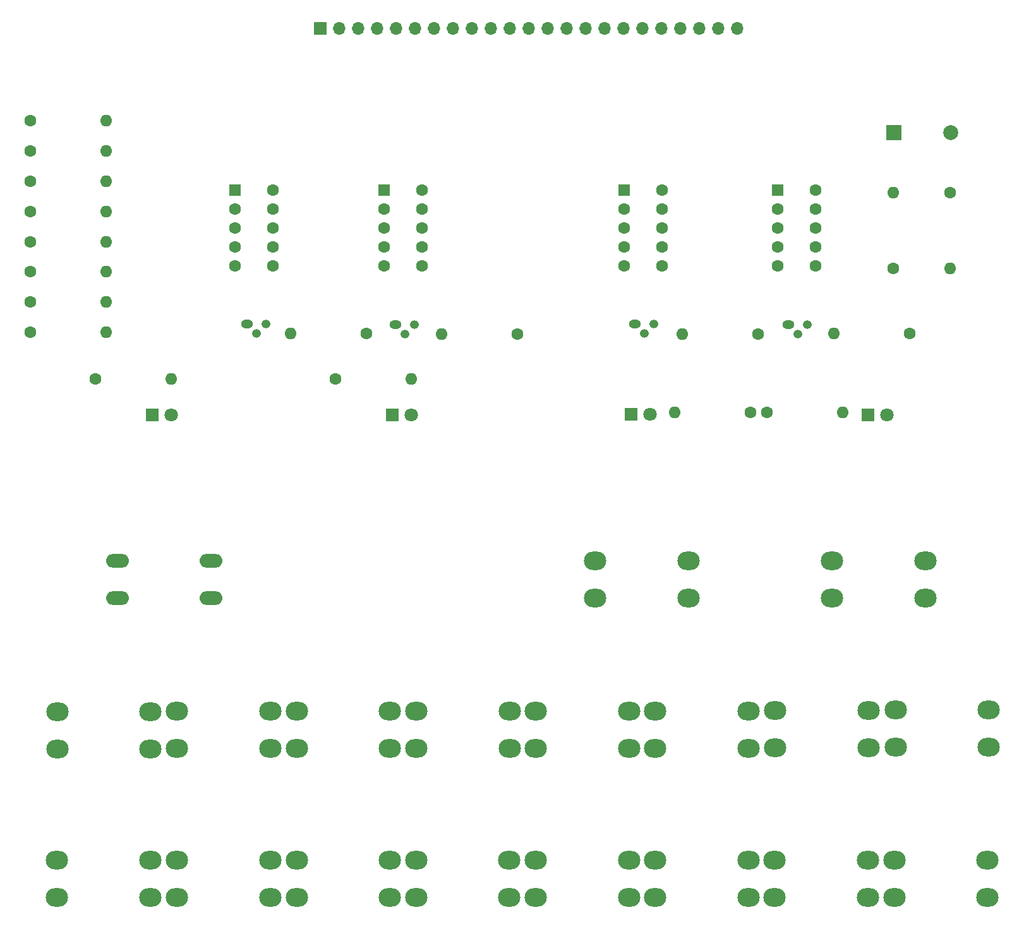
<source format=gts>
%TF.GenerationSoftware,KiCad,Pcbnew,8.0.4*%
%TF.CreationDate,2024-08-02T14:16:06-07:00*%
%TF.ProjectId,CHESSmate PCB,43484553-536d-4617-9465-205043422e6b,rev?*%
%TF.SameCoordinates,Original*%
%TF.FileFunction,Soldermask,Top*%
%TF.FilePolarity,Negative*%
%FSLAX46Y46*%
G04 Gerber Fmt 4.6, Leading zero omitted, Abs format (unit mm)*
G04 Created by KiCad (PCBNEW 8.0.4) date 2024-08-02 14:16:06*
%MOMM*%
%LPD*%
G01*
G04 APERTURE LIST*
%ADD10R,1.600000X1.600000*%
%ADD11C,1.600000*%
%ADD12O,1.600000X1.200000*%
%ADD13O,1.200000X1.200000*%
%ADD14O,1.600000X1.600000*%
%ADD15O,3.000000X2.500000*%
%ADD16R,1.800000X1.800000*%
%ADD17C,1.800000*%
%ADD18O,1.700000X1.700000*%
%ADD19R,1.700000X1.700000*%
%ADD20O,3.048000X1.850000*%
%ADD21R,2.000000X2.000000*%
%ADD22C,2.000000*%
G04 APERTURE END LIST*
D10*
%TO.C,U1*%
X78220000Y-51340000D03*
D11*
X78220000Y-53880000D03*
X78220000Y-56420000D03*
X78220000Y-58960000D03*
X78220000Y-61500000D03*
X83300000Y-61500000D03*
X83300000Y-58960000D03*
X83300000Y-56420000D03*
X83300000Y-53880000D03*
X83300000Y-51340000D03*
%TD*%
D12*
%TO.C,Q4*%
X152404724Y-69364724D03*
D13*
X153674724Y-70634724D03*
X154944724Y-69364724D03*
%TD*%
D12*
%TO.C,Q3*%
X131820000Y-69340000D03*
D13*
X133090000Y-70610000D03*
X134360000Y-69340000D03*
%TD*%
D12*
%TO.C,Q2*%
X99730000Y-69360000D03*
D13*
X101000000Y-70630000D03*
X102270000Y-69360000D03*
%TD*%
D12*
%TO.C,Q1*%
X79804724Y-69284724D03*
D13*
X81074724Y-70554724D03*
X82344724Y-69284724D03*
%TD*%
D11*
%TO.C,R1*%
X59480000Y-76690000D03*
D14*
X69640000Y-76690000D03*
%TD*%
D11*
%TO.C,R13*%
X95850000Y-70560000D03*
D14*
X85690000Y-70560000D03*
%TD*%
D10*
%TO.C,U2*%
X98210000Y-51350000D03*
D11*
X98210000Y-53890000D03*
X98210000Y-56430000D03*
X98210000Y-58970000D03*
X98210000Y-61510000D03*
X103290000Y-61510000D03*
X103290000Y-58970000D03*
X103290000Y-56430000D03*
X103290000Y-53890000D03*
X103290000Y-51350000D03*
%TD*%
%TO.C,R4*%
X149480000Y-81170000D03*
D14*
X159640000Y-81170000D03*
%TD*%
D11*
%TO.C,R11*%
X50780000Y-66370000D03*
D14*
X60940000Y-66370000D03*
%TD*%
D15*
%TO.C,SW8*%
X166740000Y-121060000D03*
X179240000Y-121060000D03*
X166740000Y-126060000D03*
X179240000Y-126060000D03*
%TD*%
D11*
%TO.C,R18*%
X174060000Y-51720000D03*
D14*
X174060000Y-61880000D03*
%TD*%
D16*
%TO.C,D3*%
X131260000Y-81440000D03*
D17*
X133800000Y-81440000D03*
%TD*%
D11*
%TO.C,R5*%
X50780000Y-42070000D03*
D14*
X60940000Y-42070000D03*
%TD*%
D11*
%TO.C,R10*%
X50780000Y-62320000D03*
D14*
X60940000Y-62320000D03*
%TD*%
D11*
%TO.C,R12*%
X50780000Y-70420000D03*
D14*
X60940000Y-70420000D03*
%TD*%
D11*
%TO.C,R9*%
X50780000Y-58270000D03*
D14*
X60940000Y-58270000D03*
%TD*%
D15*
%TO.C,SW3*%
X86480000Y-121240000D03*
X98980000Y-121240000D03*
X86480000Y-126240000D03*
X98980000Y-126240000D03*
%TD*%
D11*
%TO.C,R3*%
X147290000Y-81160000D03*
D14*
X137130000Y-81160000D03*
%TD*%
D11*
%TO.C,R2*%
X91630000Y-76670000D03*
D14*
X101790000Y-76670000D03*
%TD*%
D15*
%TO.C,SW2*%
X70440000Y-121240000D03*
X82940000Y-121240000D03*
X70440000Y-126240000D03*
X82940000Y-126240000D03*
%TD*%
D16*
%TO.C,D2*%
X99290000Y-81500000D03*
D17*
X101830000Y-81500000D03*
%TD*%
D18*
%TO.C,J1*%
X145542000Y-29718000D03*
X143002000Y-29718000D03*
X140462000Y-29718000D03*
X137922000Y-29718000D03*
X135382000Y-29718000D03*
X132842000Y-29718000D03*
X130302000Y-29718000D03*
X127762000Y-29718000D03*
X125222000Y-29718000D03*
X122682000Y-29718000D03*
X120142000Y-29718000D03*
X117602000Y-29718000D03*
X115062000Y-29718000D03*
X112522000Y-29718000D03*
X109982000Y-29718000D03*
X107442000Y-29718000D03*
X104902000Y-29718000D03*
X102362000Y-29718000D03*
X99822000Y-29718000D03*
X97282000Y-29718000D03*
X94742000Y-29718000D03*
X92202000Y-29718000D03*
D19*
X89662000Y-29718000D03*
%TD*%
D11*
%TO.C,R15*%
X148310000Y-70630000D03*
D14*
X138150000Y-70630000D03*
%TD*%
D15*
%TO.C,SW18*%
X126470000Y-101080000D03*
X138970000Y-101080000D03*
X126470000Y-106080000D03*
X138970000Y-106080000D03*
%TD*%
D20*
%TO.C,SW17*%
X62470000Y-101070000D03*
X74970000Y-101070000D03*
X62470000Y-106070000D03*
X74970000Y-106070000D03*
%TD*%
D15*
%TO.C,SW19*%
X158220000Y-101060000D03*
X170720000Y-101060000D03*
X158220000Y-106060000D03*
X170720000Y-106060000D03*
%TD*%
D16*
%TO.C,D1*%
X67100000Y-81540000D03*
D17*
X69640000Y-81540000D03*
%TD*%
D11*
%TO.C,R14*%
X116060000Y-70640000D03*
D14*
X105900000Y-70640000D03*
%TD*%
D11*
%TO.C,R8*%
X50780000Y-54220000D03*
D14*
X60940000Y-54220000D03*
%TD*%
D15*
%TO.C,SW6*%
X134550000Y-121200000D03*
X147050000Y-121200000D03*
X134550000Y-126200000D03*
X147050000Y-126200000D03*
%TD*%
D10*
%TO.C,U4*%
X150952500Y-51402500D03*
D11*
X150952500Y-53942500D03*
X150952500Y-56482500D03*
X150952500Y-59022500D03*
X150952500Y-61562500D03*
X156032500Y-61562500D03*
X156032500Y-59022500D03*
X156032500Y-56482500D03*
X156032500Y-53942500D03*
X156032500Y-51402500D03*
%TD*%
%TO.C,R7*%
X50780000Y-50170000D03*
D14*
X60940000Y-50170000D03*
%TD*%
D15*
%TO.C,SW9*%
X54340000Y-141190000D03*
X66840000Y-141190000D03*
X54340000Y-146190000D03*
X66840000Y-146190000D03*
%TD*%
%TO.C,SW12*%
X102470000Y-141170000D03*
X114970000Y-141170000D03*
X102470000Y-146170000D03*
X114970000Y-146170000D03*
%TD*%
D16*
%TO.C,D4*%
X163040000Y-81520000D03*
D17*
X165580000Y-81520000D03*
%TD*%
D11*
%TO.C,R6*%
X50780000Y-46120000D03*
D14*
X60940000Y-46120000D03*
%TD*%
D15*
%TO.C,SW13*%
X118510000Y-141180000D03*
X131010000Y-141180000D03*
X118510000Y-146180000D03*
X131010000Y-146180000D03*
%TD*%
%TO.C,SW14*%
X134520000Y-141180000D03*
X147020000Y-141180000D03*
X134520000Y-146180000D03*
X147020000Y-146180000D03*
%TD*%
%TO.C,SW16*%
X166560000Y-141190000D03*
X179060000Y-141190000D03*
X166560000Y-146190000D03*
X179060000Y-146190000D03*
%TD*%
D11*
%TO.C,R16*%
X168656000Y-70612000D03*
D14*
X158496000Y-70612000D03*
%TD*%
D15*
%TO.C,SW4*%
X102500000Y-121220000D03*
X115000000Y-121220000D03*
X102500000Y-126220000D03*
X115000000Y-126220000D03*
%TD*%
D21*
%TO.C,BZ1*%
X166510000Y-43670000D03*
D22*
X174110000Y-43670000D03*
%TD*%
D15*
%TO.C,SW1*%
X54380000Y-121270000D03*
X66880000Y-121270000D03*
X54380000Y-126270000D03*
X66880000Y-126270000D03*
%TD*%
%TO.C,SW5*%
X118510000Y-121220000D03*
X131010000Y-121220000D03*
X118510000Y-126220000D03*
X131010000Y-126220000D03*
%TD*%
D11*
%TO.C,R17*%
X166470000Y-61860000D03*
D14*
X166470000Y-51700000D03*
%TD*%
D15*
%TO.C,SW11*%
X86470000Y-141210000D03*
X98970000Y-141210000D03*
X86470000Y-146210000D03*
X98970000Y-146210000D03*
%TD*%
D10*
%TO.C,U3*%
X130370000Y-51340000D03*
D11*
X130370000Y-53880000D03*
X130370000Y-56420000D03*
X130370000Y-58960000D03*
X130370000Y-61500000D03*
X135450000Y-61500000D03*
X135450000Y-58960000D03*
X135450000Y-56420000D03*
X135450000Y-53880000D03*
X135450000Y-51340000D03*
%TD*%
D15*
%TO.C,SW7*%
X150620000Y-121150000D03*
X163120000Y-121150000D03*
X150620000Y-126150000D03*
X163120000Y-126150000D03*
%TD*%
%TO.C,SW15*%
X150520000Y-141180000D03*
X163020000Y-141180000D03*
X150520000Y-146180000D03*
X163020000Y-146180000D03*
%TD*%
%TO.C,SW10*%
X70430000Y-141200000D03*
X82930000Y-141200000D03*
X70430000Y-146200000D03*
X82930000Y-146200000D03*
%TD*%
M02*

</source>
